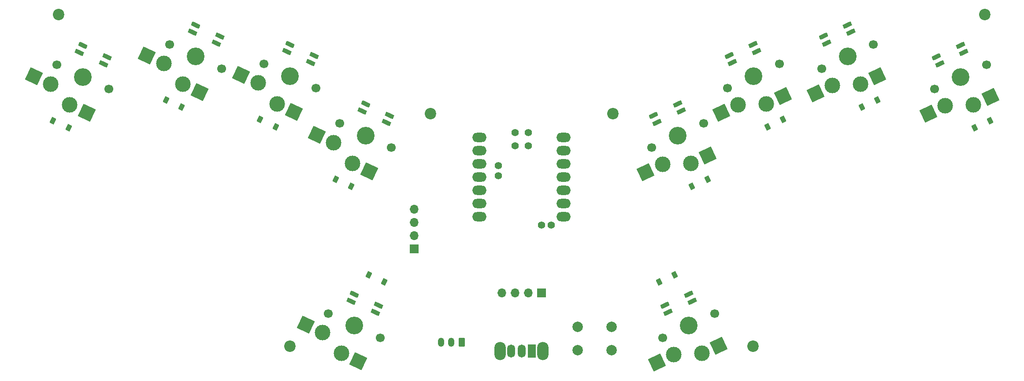
<source format=gbs>
%TF.GenerationSoftware,KiCad,Pcbnew,7.0.5*%
%TF.CreationDate,2023-06-04T15:55:19-04:00*%
%TF.ProjectId,epsilon-kb,65707369-6c6f-46e2-9d6b-622e6b696361,rev?*%
%TF.SameCoordinates,Original*%
%TF.FileFunction,Soldermask,Bot*%
%TF.FilePolarity,Negative*%
%FSLAX46Y46*%
G04 Gerber Fmt 4.6, Leading zero omitted, Abs format (unit mm)*
G04 Created by KiCad (PCBNEW 7.0.5) date 2023-06-04 15:55:19*
%MOMM*%
%LPD*%
G01*
G04 APERTURE LIST*
G04 Aperture macros list*
%AMRoundRect*
0 Rectangle with rounded corners*
0 $1 Rounding radius*
0 $2 $3 $4 $5 $6 $7 $8 $9 X,Y pos of 4 corners*
0 Add a 4 corners polygon primitive as box body*
4,1,4,$2,$3,$4,$5,$6,$7,$8,$9,$2,$3,0*
0 Add four circle primitives for the rounded corners*
1,1,$1+$1,$2,$3*
1,1,$1+$1,$4,$5*
1,1,$1+$1,$6,$7*
1,1,$1+$1,$8,$9*
0 Add four rect primitives between the rounded corners*
20,1,$1+$1,$2,$3,$4,$5,0*
20,1,$1+$1,$4,$5,$6,$7,0*
20,1,$1+$1,$6,$7,$8,$9,0*
20,1,$1+$1,$8,$9,$2,$3,0*%
%AMRotRect*
0 Rectangle, with rotation*
0 The origin of the aperture is its center*
0 $1 length*
0 $2 width*
0 $3 Rotation angle, in degrees counterclockwise*
0 Add horizontal line*
21,1,$1,$2,0,0,$3*%
G04 Aperture macros list end*
%ADD10C,2.200000*%
%ADD11O,2.200000X3.500000*%
%ADD12R,1.500000X2.500000*%
%ADD13O,1.500000X2.500000*%
%ADD14O,2.750000X1.800000*%
%ADD15C,1.397000*%
%ADD16C,1.700000*%
%ADD17C,3.400000*%
%ADD18C,3.000000*%
%ADD19RotRect,2.600000X2.600000X205.000000*%
%ADD20RotRect,2.600000X2.600000X155.000000*%
%ADD21C,2.000000*%
%ADD22R,1.700000X1.700000*%
%ADD23O,1.700000X1.700000*%
%ADD24RoundRect,0.250000X0.350000X0.625000X-0.350000X0.625000X-0.350000X-0.625000X0.350000X-0.625000X0*%
%ADD25O,1.200000X1.750000*%
%ADD26RotRect,1.700000X0.820000X205.000000*%
%ADD27RoundRect,0.205000X0.497932X0.458382X-0.671205X-0.086796X-0.497932X-0.458382X0.671205X0.086796X0*%
%ADD28RotRect,0.900000X1.200000X25.000000*%
%ADD29RotRect,1.700000X0.820000X155.000000*%
%ADD30RoundRect,0.205000X0.671205X-0.086796X-0.497932X0.458382X-0.671205X0.086796X0.497932X-0.458382X0*%
%ADD31RotRect,0.900000X1.200000X155.000000*%
G04 APERTURE END LIST*
D10*
%TO.C,REF\u002A\u002A*%
X132500000Y-81250000D03*
%TD*%
D11*
%TO.C,SW11*%
X145900002Y-126952500D03*
X154100002Y-126952500D03*
D12*
X152000002Y-126952500D03*
D13*
X150000002Y-126952500D03*
X148000002Y-126952500D03*
%TD*%
D14*
%TO.C,U1*%
X141905001Y-85879999D03*
X141905001Y-88419999D03*
X141905001Y-90959999D03*
X141905001Y-93499999D03*
X141905001Y-96039999D03*
X141905001Y-98579999D03*
X141905001Y-101119999D03*
X158095001Y-101119999D03*
X158095001Y-98579999D03*
X158095001Y-96039999D03*
X158095001Y-93499999D03*
X158095001Y-90959999D03*
X158095001Y-88419999D03*
X158095001Y-85879999D03*
D15*
X148730001Y-84927999D03*
X151270001Y-84927999D03*
X148730001Y-87467999D03*
X151270001Y-87467999D03*
X145555001Y-93182999D03*
X145555001Y-91277999D03*
X153810001Y-102707999D03*
X155715001Y-102707999D03*
%TD*%
D16*
%TO.C,SW5*%
X175015307Y-87824400D03*
X184984693Y-83175600D03*
D17*
X180000000Y-85500000D03*
D18*
X177074410Y-91057061D03*
X182493448Y-90847216D03*
D19*
X185733498Y-89336356D03*
X173834360Y-92567921D03*
%TD*%
D10*
%TO.C,REF\u002A\u002A*%
X194500000Y-126000000D03*
%TD*%
D17*
%TO.C,SW2*%
X87372920Y-70285743D03*
D16*
X82388227Y-67961343D03*
D18*
X81235432Y-71616621D03*
X84879472Y-75632959D03*
D16*
X92357613Y-72610143D03*
D20*
X88119523Y-77143819D03*
X77995381Y-70105761D03*
%TD*%
D10*
%TO.C,REF\u002A\u002A*%
X105500000Y-126000000D03*
%TD*%
D17*
%TO.C,SW4*%
X120000000Y-85500000D03*
D18*
X117506552Y-90847216D03*
X113862512Y-86830878D03*
D16*
X115015307Y-83175600D03*
X124984693Y-87824400D03*
D20*
X120746603Y-92358076D03*
X110622461Y-85320018D03*
%TD*%
D18*
%TO.C,SW10*%
X184627314Y-127367028D03*
D16*
X177149173Y-124344212D03*
D17*
X182133866Y-122019812D03*
D16*
X187118559Y-119695412D03*
D18*
X179208276Y-127576873D03*
D19*
X187867364Y-125856168D03*
X175968226Y-129087733D03*
%TD*%
D21*
%TO.C,SW12*%
X167250000Y-122250001D03*
X160750000Y-122250001D03*
X160750000Y-126750001D03*
X167250000Y-126750001D03*
%TD*%
D10*
%TO.C,REF\u002A\u002A*%
X167500000Y-81250000D03*
%TD*%
D17*
%TO.C,SW7*%
X212627081Y-70285743D03*
D16*
X217611774Y-67961343D03*
D18*
X209701491Y-75842804D03*
X215120529Y-75632959D03*
D16*
X207642388Y-72610143D03*
D19*
X218360579Y-74122099D03*
X206461441Y-77353664D03*
%TD*%
D10*
%TO.C,REF\u002A\u002A*%
X239000000Y-62250000D03*
%TD*%
D17*
%TO.C,SW8*%
X234329004Y-74234038D03*
D16*
X239313697Y-71909638D03*
X229344311Y-76558438D03*
D18*
X236822452Y-79581254D03*
X231403414Y-79791099D03*
D19*
X240062502Y-78070394D03*
X228163364Y-81301959D03*
%TD*%
D10*
%TO.C,REF\u002A\u002A*%
X61000000Y-62250000D03*
%TD*%
D18*
%TO.C,SW3*%
X102989140Y-79388279D03*
D16*
X110467281Y-76365463D03*
X100497895Y-71716663D03*
D18*
X99345100Y-75371941D03*
D17*
X105482588Y-74041063D03*
D20*
X106229191Y-80899139D03*
X96105049Y-73861081D03*
%TD*%
D16*
%TO.C,SW1*%
X70655690Y-76558438D03*
X60686304Y-71909638D03*
D17*
X65670997Y-74234038D03*
D18*
X63177549Y-79581254D03*
X59533509Y-75564916D03*
D20*
X66417600Y-81092114D03*
X56293458Y-74054056D03*
%TD*%
D22*
%TO.C,J2*%
X129350000Y-107300000D03*
D23*
X129350000Y-104760000D03*
X129350000Y-102220000D03*
X129350000Y-99680000D03*
%TD*%
D16*
%TO.C,SW9*%
X112881442Y-119695411D03*
D18*
X115372687Y-127367027D03*
D17*
X117866135Y-122019811D03*
D16*
X122850828Y-124344211D03*
D18*
X111728647Y-123350689D03*
D20*
X118612738Y-128877887D03*
X108488596Y-121839829D03*
%TD*%
D16*
%TO.C,SW6*%
X189532720Y-76365463D03*
D17*
X194517413Y-74041063D03*
D18*
X197010861Y-79388279D03*
D16*
X199502106Y-71716663D03*
D18*
X191591823Y-79598124D03*
D19*
X200250911Y-77877419D03*
X188351773Y-81108984D03*
%TD*%
D22*
%TO.C,J1*%
X153810000Y-115700000D03*
D23*
X151270000Y-115700000D03*
X148730000Y-115700000D03*
X146190000Y-115700000D03*
%TD*%
D24*
%TO.C,BT1*%
X138500000Y-125200000D03*
D25*
X136500000Y-125200000D03*
X134500000Y-125200000D03*
%TD*%
D26*
%TO.C,D10*%
X182754478Y-117316904D03*
X182120550Y-115957443D03*
D27*
X177498380Y-118112796D03*
D26*
X178132308Y-119472257D03*
%TD*%
%TO.C,D6*%
X195138025Y-69338155D03*
X194504097Y-67978694D03*
D27*
X189881927Y-70134047D03*
D26*
X190515855Y-71493508D03*
%TD*%
D28*
%TO.C,D20*%
X176412275Y-113654054D03*
X179403091Y-112259414D03*
%TD*%
D29*
%TO.C,D3*%
X109484146Y-71493508D03*
X110118074Y-70134047D03*
D30*
X105495904Y-67978694D03*
D29*
X104861976Y-69338155D03*
%TD*%
%TO.C,D9*%
X121867692Y-119472256D03*
X122501620Y-118112795D03*
D30*
X117879450Y-115957442D03*
D29*
X117245522Y-117316903D03*
%TD*%
D31*
%TO.C,D11*%
X62940222Y-83994436D03*
X59949406Y-82599796D03*
%TD*%
D29*
%TO.C,D4*%
X124001558Y-82952445D03*
X124635486Y-81592984D03*
D30*
X120013316Y-79437631D03*
D29*
X119379388Y-80797092D03*
%TD*%
D31*
%TO.C,D19*%
X123587724Y-113654054D03*
X120596908Y-112259414D03*
%TD*%
D28*
%TO.C,D18*%
X237059778Y-83994436D03*
X240050594Y-82599796D03*
%TD*%
D26*
%TO.C,D7*%
X213247693Y-65582835D03*
X212613765Y-64223374D03*
D27*
X207991595Y-66378727D03*
D26*
X208625523Y-67738188D03*
%TD*%
D29*
%TO.C,D1*%
X69672552Y-71686483D03*
X70306480Y-70327022D03*
D30*
X65684310Y-68171669D03*
D29*
X65050382Y-69531130D03*
%TD*%
D31*
%TO.C,D14*%
X117269225Y-95260399D03*
X114278409Y-93865759D03*
%TD*%
D26*
%TO.C,D5*%
X180620612Y-80797092D03*
X179986684Y-79437631D03*
D27*
X175364514Y-81592984D03*
D26*
X175998442Y-82952445D03*
%TD*%
D28*
%TO.C,D15*%
X182730774Y-95260398D03*
X185721590Y-93865758D03*
%TD*%
D26*
%TO.C,D8*%
X234949616Y-69531130D03*
X234315688Y-68171669D03*
D27*
X229693518Y-70327022D03*
D26*
X230327446Y-71686483D03*
%TD*%
D28*
%TO.C,D17*%
X215357853Y-80046140D03*
X218348669Y-78651500D03*
%TD*%
D31*
%TO.C,D13*%
X102751813Y-83801462D03*
X99760997Y-82406822D03*
%TD*%
D29*
%TO.C,D2*%
X91374478Y-67738187D03*
X92008406Y-66378726D03*
D30*
X87386236Y-64223373D03*
D29*
X86752308Y-65582834D03*
%TD*%
D28*
%TO.C,D16*%
X197248188Y-83801461D03*
X200239004Y-82406821D03*
%TD*%
D31*
%TO.C,D12*%
X84642145Y-80046140D03*
X81651329Y-78651500D03*
%TD*%
M02*

</source>
